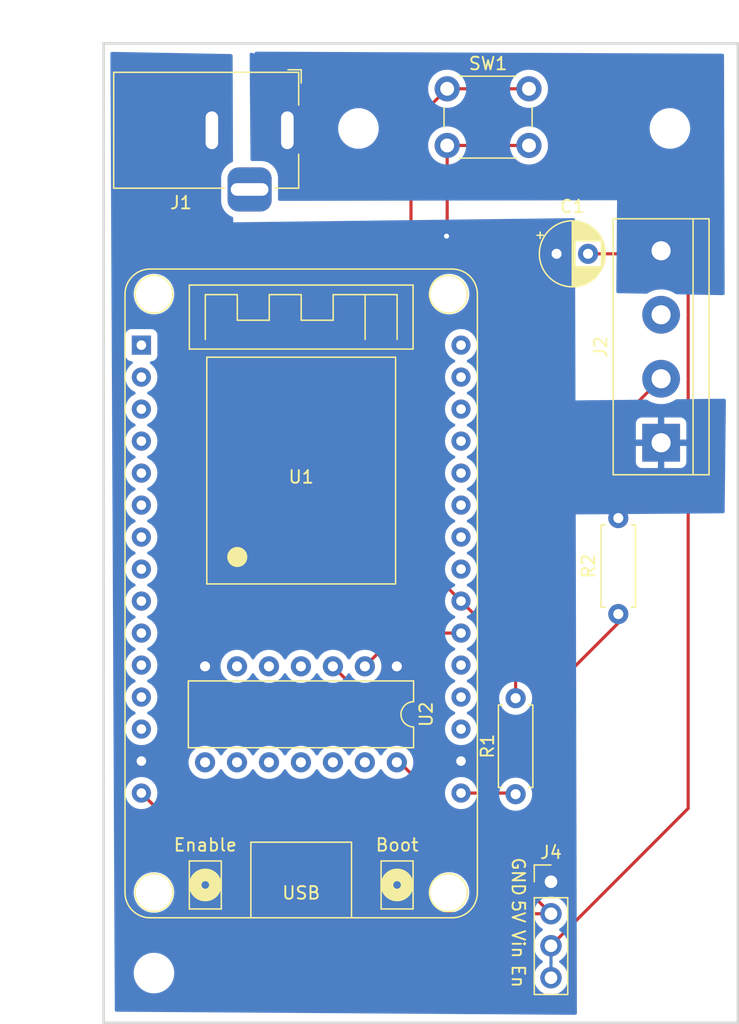
<source format=kicad_pcb>
(kicad_pcb (version 20211014) (generator pcbnew)
  (layers (0 "F.Cu" signal) (31 "B.Cu" signal) (34 "B.Paste" user) (35 "F.Paste" user) (36 "B.SilkS" user "B.Silkscreen") (37 "F.SilkS" user "F.Silkscreen") (38 "B.Mask" user) (39 "F.Mask" user) (44 "Edge.Cuts" user))
  (net 0 "")
  (net 1 "+12V")
  (net 2 "GND")
  (net 3 "+5V")
  (net 21 "Net-(J2-Pad2)")
  (net 29 "+3V3")
  (net 30 "/GPIO0")
  (net 31 "/D_out")
  (net 33 "Net-(U2-Pad3)")
  (footprint "MountingHole:MountingHole_2.2mm_M2" (layer "F.Cu") (at 152.95 125.6)
    (fp_text reference "REF**" hide)
    (fp_text value "MountingHole_2.2mm_M2" hide)
    (pad "" np_thru_hole circle locked (at 0 0) (size 2.2 2.2) (drill 2.2) (layers *.Cu *.Mask))
  )
  (footprint "Resistor_THT:R_Axial_DIN0207_L6.3mm_D2.5mm_P7.62mm_Horizontal" (layer "F.Cu") (at 148.85 97.1 90)
    (fp_text reference "R2" (at 3.81 -2.37 90) (layer "F.SilkS"))
    (fp_text value "R_US")
    (fp_line (start 0.54 1.04) (end 0.54 1.37) (layer "F.SilkS") (width 0.12))
    (fp_line (start 0.54 -1.37) (end 7.08 -1.37) (layer "F.SilkS") (width 0.12))
    (fp_line (start 0.54 1.37) (end 7.08 1.37) (layer "F.SilkS") (width 0.12))
    (fp_line (start 0.54 -1.04) (end 0.54 -1.37) (layer "F.SilkS") (width 0.12))
    (fp_line (start 7.08 -1.37) (end 7.08 -1.04) (layer "F.SilkS") (width 0.12))
    (fp_line (start 7.08 1.37) (end 7.08 1.04) (layer "F.SilkS") (width 0.12))
    (pad "1" thru_hole circle locked (at 0 0 90) (size 1.6 1.6) (drill 0.8) (layers *.Cu *.Mask) (net 33 "Net-(U2-Pad3)"))
    (pad "2" thru_hole oval locked (at 7.62 0 90) (size 1.6 1.6) (drill 0.8) (layers *.Cu *.Mask) (net 21 "Net-(J2-Pad2)"))
  )
  (footprint "MountingHole:MountingHole_2.2mm_M2" (layer "F.Cu") (at 128.2 58.55)
    (fp_text reference "REF**" hide)
    (fp_text value "MountingHole_2.2mm_M2" hide)
    (pad "" np_thru_hole circle locked (at 0 0) (size 2.2 2.2) (drill 2.2) (layers *.Cu *.Mask))
  )
  (footprint "Resistor_THT:R_Axial_DIN0207_L6.3mm_D2.5mm_P7.62mm_Horizontal" (layer "F.Cu") (at 140.69 111.4 90)
    (fp_text reference "R1" (at 3.81 -2.24 90) (layer "F.SilkS"))
    (fp_text value "10k")
    (fp_line (start 0.54 1.37) (end 7.08 1.37) (layer "F.SilkS") (width 0.12))
    (fp_line (start 0.54 -1.37) (end 7.08 -1.37) (layer "F.SilkS") (width 0.12))
    (fp_line (start 0.54 1.04) (end 0.54 1.37) (layer "F.SilkS") (width 0.12))
    (fp_line (start 7.08 1.37) (end 7.08 1.04) (layer "F.SilkS") (width 0.12))
    (fp_line (start 7.08 -1.37) (end 7.08 -1.04) (layer "F.SilkS") (width 0.12))
    (fp_line (start 0.54 -1.04) (end 0.54 -1.37) (layer "F.SilkS") (width 0.12))
    (pad "1" thru_hole circle locked (at 0 0 90) (size 1.6 1.6) (drill 0.8) (layers *.Cu *.Mask) (net 29 "+3V3"))
    (pad "2" thru_hole oval locked (at 7.62 0 90) (size 1.6 1.6) (drill 0.8) (layers *.Cu *.Mask) (net 30 "/GPIO0"))
  )
  (footprint "MountingHole:MountingHole_2.2mm_M2" (layer "F.Cu") (at 152.95 58.55)
    (fp_text reference "REF**" hide)
    (fp_text value "MountingHole_2.2mm_M2" hide)
    (pad "" np_thru_hole circle locked (at 0 0) (size 2.2 2.2) (drill 2.2) (layers *.Cu *.Mask))
  )
  (footprint "ESP32_DevKit_V1_DOIT:esp32_devkit_v1_doit" (layer "F.Cu") (at 123.65 75.75)
    (fp_text reference "U1" (at 0 10.47) (layer "F.SilkS"))
    (fp_text value "ESP32_DevKit_V1_DOIT" hide)
    (fp_text user "Enable" (at -7.62 39.68) (layer "F.SilkS"))
    (fp_text user "USB" (at 0 43.49) (layer "F.SilkS"))
    (fp_text user "Boot" (at 7.62 39.68) (layer "F.SilkS"))
    (fp_line (start -4 39.46) (end 4 39.46) (layer "F.SilkS") (width 0.12))
    (fp_line (start 0 -4.008) (end 0 -1.976) (layer "F.SilkS") (width 0.12))
    (fp_line (start -5.08 -1.976) (end -2.54 -1.976) (layer "F.SilkS") (width 0.12))
    (fp_line (start -8.89 40.95) (end -6.35 40.95) (layer "F.SilkS") (width 0.12))
    (fp_line (start 8.89 40.95) (end 8.89 44.76) (layer "F.SilkS") (width 0.12))
    (fp_line (start 2.54 -4.008) (end 7.62 -4.008) (layer "F.SilkS") (width 0.12))
    (fp_line (start 6.35 44.76) (end 6.35 40.95) (layer "F.SilkS") (width 0.12))
    (fp_line (start 14 43.46) (end 14 -4.04) (layer "F.SilkS") (width 0.12))
    (fp_line (start 7.5 18.96) (end -7.5 18.96) (layer "F.SilkS") (width 0.12))
    (fp_line (start -7.62 -4.008) (end -5.08 -4.008) (layer "F.SilkS") (width 0.12))
    (fp_line (start -6.35 40.95) (end -6.35 44.76) (layer "F.SilkS") (width 0.12))
    (fp_line (start -2.54 -1.976) (end -2.54 -4.008) (layer "F.SilkS") (width 0.12))
    (fp_line (start -8.89 0.31) (end -8.89 -4.77) (layer "F.SilkS") (width 0.12))
    (fp_line (start 0 -1.976) (end 2.54 -1.976) (layer "F.SilkS") (width 0.12))
    (fp_line (start -7.5 18.96) (end -7.5 0.96) (layer "F.SilkS") (width 0.12))
    (fp_line (start -4 39.46) (end -4 45.46) (layer "F.SilkS") (width 0.12))
    (fp_line (start 8.89 -4.77) (end 8.89 0.31) (layer "F.SilkS") (width 0.12))
    (fp_line (start 7.62 -4.008) (end 7.62 -0.452) (layer "F.SilkS") (width 0.12))
    (fp_line (start -14 -4.04) (end -14 43.46) (layer "F.SilkS") (width 0.12))
    (fp_line (start 2.54 -1.976) (end 2.54 -4.008) (layer "F.SilkS") (width 0.12))
    (fp_line (start -8.89 -4.77) (end 8.89 -4.77) (layer "F.SilkS") (width 0.12))
    (fp_line (start 7.5 0.96) (end 7.5 18.96) (layer "F.SilkS") (width 0.12))
    (fp_line (start 4 39.46) (end 4 45.46) (layer "F.SilkS") (width 0.12))
    (fp_line (start -6.35 44.76) (end -8.89 44.76) (layer "F.SilkS") (width 0.12))
    (fp_line (start -7.62 -0.452) (end -7.62 -4.008) (layer "F.SilkS") (width 0.12))
    (fp_line (start -2.54 -4.008) (end 0 -4.008) (layer "F.SilkS") (width 0.12))
    (fp_line (start 8.89 0.31) (end -8.89 0.31) (layer "F.SilkS") (width 0.12))
    (fp_line (start -8.89 44.76) (end -8.89 40.95) (layer "F.SilkS") (width 0.12))
    (fp_line (start -12 45.46) (end 12 45.46) (layer "F.SilkS") (width 0.12))
    (fp_line (start -12 -6.04) (end 12 -6.04) (layer "F.SilkS") (width 0.12))
    (fp_line (start 8.89 44.76) (end 6.35 44.76) (layer "F.SilkS") (width 0.12))
    (fp_line (start -7.5 0.96) (end 7.5 0.96) (layer "F.SilkS") (width 0.12))
    (fp_line (start -5.08 -4.008) (end -5.08 -1.976) (layer "F.SilkS") (width 0.12))
    (fp_line (start 5.08 -4.008) (end 5.08 -0.452) (layer "F.SilkS") (width 0.12))
    (fp_line (start 6.35 40.95) (end 8.89 40.95) (layer "F.SilkS") (width 0.12))
    (fp_arc (start -12 45.46) (mid -13.414214 44.874214) (end -14 43.46) (layer "F.SilkS") (width 0.12))
    (fp_arc (start 14 43.46) (mid 13.414214 44.874214) (end 12 45.46) (layer "F.SilkS") (width 0.12))
    (fp_arc (start 12 -6.04) (mid 13.414214 -5.454214) (end 14 -4.04) (layer "F.SilkS") (width 0.12))
    (fp_arc (start -14 -4.04) (mid -13.414214 -5.454214) (end -12 -6.04) (layer "F.SilkS") (width 0.12))
    (fp_circle (center -5.08 16.82) (end -4.68 16.82) (layer "F.SilkS") (width 0.8) (fill none))
    (fp_circle (center 11.7 -4.04) (end 13.2 -4.04) (layer "F.SilkS") (width 0.12) (fill none))
    (fp_circle (center -11.7 43.46) (end -10.2 43.46) (layer "F.SilkS") (width 0.12) (fill none))
    (fp_circle (center -11.7 -4.04) (end -10.2 -4.04) (layer "F.SilkS") (width 0.12) (fill none))
    (fp_circle (center 7.62 42.855) (end 7.92 42.855) (layer "F.SilkS") (width 1) (fill none))
    (fp_circle (center -7.62 42.855) (end -7.32 42.855) (layer "F.SilkS") (width 1) (fill none))
    (fp_circle (center 11.7 43.46) (end 13.2 43.46) (layer "F.SilkS") (width 0.12) (fill none))
    (pad "1" thru_hole rect locked (at -12.7 0) (size 1.524 1.524) (drill 0.762) (layers *.Cu *.Mask))
    (pad "2" thru_hole circle locked (at -12.7 2.54) (size 1.524 1.524) (drill 0.762) (layers *.Cu *.Mask))
    (pad "3" thru_hole circle locked (at -12.7 5.08) (size 1.524 1.524) (drill 0.762) (layers *.Cu *.Mask))
    (pad "4" thru_hole circle locked (at -12.7 7.62) (size 1.524 1.524) (drill 0.762) (layers *.Cu *.Mask))
    (pad "5" thru_hole circle locked (at -12.7 10.16) (size 1.524 1.524) (drill 0.762) (layers *.Cu *.Mask))
    (pad "6" thru_hole circle locked (at -12.7 12.7) (size 1.524 1.524) (drill 0.762) (layers *.Cu *.Mask))
    (pad "7" thru_hole circle locked (at -12.7 15.24) (size 1.524 1.524) (drill 0.762) (layers *.Cu *.Mask))
    (pad "8" thru_hole circle locked (at -12.7 17.78) (size 1.524 1.524) (drill 0.762) (layers *.Cu *.Mask))
    (pad "9" thru_hole circle locked (at -12.7 20.32) (size 1.524 1.524) (drill 0.762) (layers *.Cu *.Mask))
    (pad "10" thru_hole circle locked (at -12.7 22.86) (size 1.524 1.524) (drill 0.762) (layers *.Cu *.Mask))
    (pad "11" thru_hole circle locked (at -12.7 25.4) (size 1.524 1.524) (drill 0.762) (layers *.Cu *.Mask))
    (pad "12" thru_hole circle locked (at -12.7 27.94) (size 1.524 1.524) (drill 0.762) (layers *.Cu *.Mask))
    (pad "13" thru_hole circle locked (at -12.7 30.48) (size 1.524 1.524) (drill 0.762) (layers *.Cu *.Mask))
    (pad "14" thru_hole circle locked (at -12.7 33.02) (size 1.524 1.524) (drill 0.762) (layers *.Cu *.Mask) (net 2 "GND"))
    (pad "15" thru_hole circle locked (at -12.7 35.56) (size 1.524 1.524) (drill 0.762) (layers *.Cu *.Mask) (net 3 "+5V"))
    (pad "16" thru_hole circle locked (at 12.7 35.56) (size 1.524 1.524) (drill 0.762) (layers *.Cu *.Mask) (net 29 "+3V3"))
    (pad "17" thru_hole circle locked (at 12.7 33.02) (size 1.524 1.524) (drill 0.762) (layers *.Cu *.Mask) (net 2 "GND"))
    (pad "18" thru_hole circle locked (at 12.7 30.48) (size 1.524 1.524) (drill 0.762) (layers *.Cu *.Mask))
    (pad "19" thru_hole circle locked (at 12.7 27.94) (size 1.524 1.524) (drill 0.762) (layers *.Cu *.Mask))
    (pad "20" thru_hole circle locked (at 12.7 25.4) (size 1.524 1.524) (drill 0.762) (layers *.Cu *.Mask))
    (pad "21" thru_hole circle locked (at 12.7 22.86) (size 1.524 1.524) (drill 0.762) (layers *.Cu *.Mask) (net 31 "/D_out"))
    (pad "22" thru_hole circle locked (at 12.7 20.32) (size 1.524 1.524) (drill 0.762) (layers *.Cu *.Mask) (net 30 "/GPIO0"))
    (pad "23" thru_hole circle locked (at 12.7 17.78) (size 1.524 1.524) (drill 0.762) (layers *.Cu *.Mask))
    (pad "24" thru_hole circle locked (at 12.7 15.24) (size 1.524 1.524) (drill 0.762) (layers *.Cu *.Mask))
    (pad "25" thru_hole circle locked (at 12.7 12.7) (size 1.524 1.524) (drill 0.762) (layers *.Cu *.Mask))
    (pad "26" thru_hole circle locked (at 12.7 10.16) (size 1.524 1.524) (drill 0.762) (layers *.Cu *.Mask))
    (pad "27" thru_hole circle locked (at 12.7 7.62) (size 1.524 1.524) (drill 0.762) (layers *.Cu *.Mask))
    (pad "28" thru_hole circle locked (at 12.7 5.08) (size 1.524 1.524) (drill 0.762) (layers *.Cu *.Mask))
    (pad "29" thru_hole circle locked (at 12.7 2.54) (size 1.524 1.524) (drill 0.762) (layers *.Cu *.Mask))
    (pad "30" thru_hole circle locked (at 12.7 0) (size 1.524 1.524) (drill 0.762) (layers *.Cu *.Mask))
  )
  (footprint "Connector_PinHeader_2.54mm:PinHeader_1x04_P2.54mm_Vertical" (layer "F.Cu") (at 143.5 118.35)
    (fp_text reference "J4" (at 0 -2.33) (layer "F.SilkS"))
    (fp_text value "Conn_01x04_Male" hide)
    (fp_line (start -1.33 -1.33) (end 0 -1.33) (layer "F.SilkS") (width 0.12))
    (fp_line (start -1.33 1.27) (end -1.33 8.95) (layer "F.SilkS") (width 0.12))
    (fp_line (start 1.33 1.27) (end 1.33 8.95) (layer "F.SilkS") (width 0.12))
    (fp_line (start -1.33 1.27) (end 1.33 1.27) (layer "F.SilkS") (width 0.12))
    (fp_line (start -1.33 0) (end -1.33 -1.33) (layer "F.SilkS") (width 0.12))
    (fp_line (start -1.33 8.95) (end 1.33 8.95) (layer "F.SilkS") (width 0.12))
    (pad "1" thru_hole rect locked (at 0 0) (size 1.7 1.7) (drill 1) (layers *.Cu *.Mask) (net 2 "GND"))
    (pad "2" thru_hole oval locked (at 0 2.54) (size 1.7 1.7) (drill 1) (layers *.Cu *.Mask) (net 3 "+5V"))
    (pad "3" thru_hole oval locked (at 0 5.08) (size 1.7 1.7) (drill 1) (layers *.Cu *.Mask) (net 1 "+12V"))
    (pad "4" thru_hole oval locked (at 0 7.62) (size 1.7 1.7) (drill 1) (layers *.Cu *.Mask) (net 1 "+12V"))
  )
  (footprint "Package_DIP:DIP-14_W7.62mm" (layer "F.Cu") (at 131.25 101.25 -90)
    (fp_text reference "U2" (at 3.81 -2.33 90) (layer "F.SilkS"))
    (fp_text value "74LS125")
    (fp_line (start 1.16 16.57) (end 6.46 16.57) (layer "F.SilkS") (width 0.12))
    (fp_line (start 2.81 -1.33) (end 1.16 -1.33) (layer "F.SilkS") (width 0.12))
    (fp_line (start 6.46 16.57) (end 6.46 -1.33) (layer "F.SilkS") (width 0.12))
    (fp_line (start 1.16 -1.33) (end 1.16 16.57) (layer "F.SilkS") (width 0.12))
    (fp_line (start 6.46 -1.33) (end 4.81 -1.33) (layer "F.SilkS") (width 0.12))
    (fp_arc (start 4.81 -1.33) (mid 3.81 -0.33) (end 2.81 -1.33) (layer "F.SilkS") (width 0.12))
    (pad "1" thru_hole rect locked (at 0 0 270) (size 1.6 1.6) (drill 0.8) (layers *.Cu *.Mask) (net 2 "GND"))
    (pad "2" thru_hole oval locked (at 0 2.54 270) (size 1.6 1.6) (drill 0.8) (layers *.Cu *.Mask) (net 31 "/D_out"))
    (pad "3" thru_hole oval locked (at 0 5.08 270) (size 1.6 1.6) (drill 0.8) (layers *.Cu *.Mask) (net 33 "Net-(U2-Pad3)"))
    (pad "4" thru_hole oval locked (at 0 7.62 270) (size 1.6 1.6) (drill 0.8) (layers *.Cu *.Mask))
    (pad "5" thru_hole oval locked (at 0 10.16 270) (size 1.6 1.6) (drill 0.8) (layers *.Cu *.Mask))
    (pad "6" thru_hole oval locked (at 0 12.7 270) (size 1.6 1.6) (drill 0.8) (layers *.Cu *.Mask))
    (pad "7" thru_hole oval locked (at 0 15.24 270) (size 1.6 1.6) (drill 0.8) (layers *.Cu *.Mask) (net 2 "GND"))
    (pad "8" thru_hole oval locked (at 7.62 15.24 270) (size 1.6 1.6) (drill 0.8) (layers *.Cu *.Mask))
    (pad "9" thru_hole oval locked (at 7.62 12.7 270) (size 1.6 1.6) (drill 0.8) (layers *.Cu *.Mask))
    (pad "10" thru_hole oval locked (at 7.62 10.16 270) (size 1.6 1.6) (drill 0.8) (layers *.Cu *.Mask))
    (pad "11" thru_hole oval locked (at 7.62 7.62 270) (size 1.6 1.6) (drill 0.8) (layers *.Cu *.Mask))
    (pad "12" thru_hole oval locked (at 7.62 5.08 270) (size 1.6 1.6) (drill 0.8) (layers *.Cu *.Mask))
    (pad "13" thru_hole oval locked (at 7.62 2.54 270) (size 1.6 1.6) (drill 0.8) (layers *.Cu *.Mask))
    (pad "14" thru_hole oval locked (at 7.62 0 270) (size 1.6 1.6) (drill 0.8) (layers *.Cu *.Mask) (net 3 "+5V"))
  )
  (footprint "Capacitor_THT:CP_Radial_D5.0mm_P2.50mm" (layer "F.Cu") (at 143.944888 68.5)
    (fp_text reference "C1" (at 1.25 -3.75) (layer "F.SilkS"))
    (fp_text value "100uF")
    (fp_line (start 1.41 -2.576) (end 1.41 2.576) (layer "F.SilkS") (width 0.12))
    (fp_line (start 2.611 1.04) (end 2.611 2.2) (layer "F.SilkS") (width 0.12))
    (fp_line (start 3.051 -1.864) (end 3.051 -1.04) (layer "F.SilkS") (width 0.12))
    (fp_line (start 2.051 -2.455) (end 2.051 -1.04) (layer "F.SilkS") (width 0.12))
    (fp_line (start 3.371 1.04) (end 3.371 1.5) (layer "F.SilkS") (width 0.12))
    (fp_line (start 2.251 -2.382) (end 2.251 -1.04) (layer "F.SilkS") (width 0.12))
    (fp_line (start 2.371 1.04) (end 2.371 2.329) (layer "F.SilkS") (width 0.12))
    (fp_line (start 3.211 -1.699) (end 3.211 -1.04) (layer "F.SilkS") (width 0.12))
    (fp_line (start 3.091 -1.826) (end 3.091 -1.04) (layer "F.SilkS") (width 0.12))
    (fp_line (start 1.61 1.04) (end 1.61 2.556) (layer "F.SilkS") (width 0.12))
    (fp_line (start 2.571 1.04) (end 2.571 2.224) (layer "F.SilkS") (width 0.12))
    (fp_line (start 1.77 -2.528) (end 1.77 -1.04) (layer "F.SilkS") (width 0.12))
    (fp_line (start 3.411 1.04) (end 3.411 1.443) (layer "F.SilkS") (width 0.12))
    (fp_line (start 3.051 1.04) (end 3.051 1.864) (layer "F.SilkS") (width 0.12))
    (fp_line (start 1.69 1.04) (end 1.69 2.543) (layer "F.SilkS") (width 0.12))
    (fp_line (start 2.251 1.04) (end 2.251 2.382) (layer "F.SilkS") (width 0.12))
    (fp_line (start 2.691 -2.149) (end 2.691 -1.04) (layer "F.SilkS") (width 0.12))
    (fp_line (start 3.171 1.04) (end 3.171 1.743) (layer "F.SilkS") (width 0.12))
    (fp_line (start 2.451 1.04) (end 2.451 2.29) (layer "F.SilkS") (width 0.12))
    (fp_line (start 2.171 -2.414) (end 2.171 -1.04) (layer "F.SilkS") (width 0.12))
    (fp_line (start 1.69 -2.543) (end 1.69 -1.04) (layer "F.SilkS") (width 0.12))
    (fp_line (start 2.531 1.04) (end 2.531 2.247) (layer "F.SilkS") (width 0.12))
    (fp_line (start 3.011 -1.901) (end 3.011 -1.04) (layer "F.SilkS") (width 0.12))
    (fp_line (start 3.771 -0.677) (end 3.771 0.677) (layer "F.SilkS") (width 0.12))
    (fp_line (start 2.451 -2.29) (end 2.451 -1.04) (layer "F.SilkS") (width 0.12))
    (fp_line (start 1.85 1.04) (end 1.85 2.511) (layer "F.SilkS") (width 0.12))
    (fp_line (start 3.611 -1.098) (end 3.611 1.098) (layer "F.SilkS") (width 0.12))
    (fp_line (start 3.691 -0.915) (end 3.691 0.915) (layer "F.SilkS") (width 0.12))
    (fp_line (start 1.971 1.04) (end 1.971 2.48) (layer "F.SilkS") (width 0.12))
    (fp_line (start 2.131 -2.428) (end 2.131 -1.04) (layer "F.SilkS") (width 0.12))
    (fp_line (start 3.491 -1.319) (end 3.491 -1.04) (layer "F.SilkS") (width 0.12))
    (fp_line (start 3.411 -1.443) (end 3.411 -1.04) (layer "F.SilkS") (width 0.12))
    (fp_line (start 2.371 -2.329) (end 2.371 -1.04) (layer "F.SilkS") (width 0.12))
    (fp_line (start 1.49 1.04) (end 1.49 2.569) (layer "F.SilkS") (width 0.12))
    (fp_line (start 1.73 1.04) (end 1.73 2.536) (layer "F.SilkS") (width 0.12))
    (fp_line (start 2.011 -2.468) (end 2.011 -1.04) (layer "F.SilkS") (width 0.12))
    (fp_line (start 2.411 1.04) (end 2.411 2.31) (layer "F.SilkS") (width 0.12))
    (fp_line (start 3.811 -0.518) (end 3.811 0.518) (layer "F.SilkS") (width 0.12))
    (fp_line (start 1.971 -2.48) (end 1.971 -1.04) (layer "F.SilkS") (width 0.12))
    (fp_line (start 1.33 -2.579) (end 1.33 2.579) (layer "F.SilkS") (width 0.12))
    (fp_line (start 2.691 1.04) (end 2.691 2.149) (layer "F.SilkS") (width 0.12))
    (fp_line (start 2.531 -2.247) (end 2.531 -1.04) (layer "F.SilkS") (width 0.12))
    (fp_line (start 3.331 -1.554) (end 3.331 -1.04) (layer "F.SilkS") (width 0.12))
    (fp_line (start 3.091 1.04) (end 3.091 1.826) (layer "F.SilkS") (width 0.12))
    (fp_line (start 1.57 1.04) (end 1.57 2.561) (layer "F.SilkS") (width 0.12))
    (fp_line (start 3.331 1.04) (end 3.331 1.554) (layer "F.SilkS") (width 0.12))
    (fp_line (start 1.93 -2.491) (end 1.93 -1.04) (layer "F.SilkS") (width 0.12))
    (fp_line (start 1.53 -2.565) (end 1.53 -1.04) (layer "F.SilkS") (width 0.12))
    (fp_line (start 2.291 1.04) (end 2.291 2.365) (layer "F.SilkS") (width 0.12))
    (fp_line (start 2.611 -2.2) (end 2.611 -1.04) (layer "F.SilkS") (width 0.12))
    (fp_line (start 2.051 1.04) (end 2.051 2.455) (layer "F.SilkS") (width 0.12))
    (fp_line (start 1.53 1.04) (end 1.53 2.565) (layer "F.SilkS") (width 0.12))
    (fp_line (start 2.731 -2.122) (end 2.731 -1.04) (layer "F.SilkS") (width 0.12))
    (fp_line (start 1.81 -2.52) (end 1.81 -1.04) (layer "F.SilkS") (width 0.12))
    (fp_line (start 3.011 1.04) (end 3.011 1.901) (layer "F.SilkS") (width 0.12))
    (fp_line (start 3.251 -1.653) (end 3.251 -1.04) (layer "F.SilkS") (width 0.12))
    (fp_line (start 2.491 1.04) (end 2.491 2.268) (layer "F.SilkS") (width 0.12))
    (fp_line (start 2.091 -2.442) (end 2.091 -1.04) (layer "F.SilkS") (width 0.12))
    (fp_line (start 1.45 -2.573) (end 1.45 2.573) (layer "F.SilkS") (width 0.12))
    (fp_line (start 1.93 1.04) (end 1.93 2.491) (layer "F.SilkS") (width 0.12))
    (fp_line (start 1.65 -2.55) (end 1.65 -1.04) (layer "F.SilkS") (width 0.12))
    (fp_line (start 2.771 1.04) (end 2.771 2.095) (layer "F.SilkS") (width 0.12))
    (fp_line (start -1.304775 -1.725) (end -1.304775 -1.225) (layer "F.SilkS") (width 0.12))
    (fp_line (start 3.291 -1.605) (end 3.291 -1.04) (layer "F.SilkS") (width 0.12))
    (fp_line (start 1.49 -2.569) (end 1.49 -1.04) (layer "F.SilkS") (width 0.12))
    (fp_line (start 1.61 -2.556) (end 1.61 -1.04) (layer "F.SilkS") (width 0.12))
    (fp_line (start 1.89 -2.501) (end 1.89 -1.04) (layer "F.SilkS") (width 0.12))
    (fp_line (start 2.651 -2.175) (end 2.651 -1.04) (layer "F.SilkS") (width 0.12))
    (fp_line (start 2.971 1.04) (end 2.971 1.937) (layer "F.SilkS") (width 0.12))
    (fp_line (start 3.371 -1.5) (end 3.371 -1.04) (layer "F.SilkS") (width 0.12))
    (fp_line (start 1.25 -2.58) (end 1.25 2.58) (layer "F.SilkS") (width 0.12))
    (fp_line (start 2.971 -1.937) (end 2.971 -1.04) (layer "F.SilkS") (width 0.12))
    (fp_line (start 1.57 -2.561) (end 1.57 -1.04) (layer "F.SilkS") (width 0.12))
    (fp_line (start 2.851 1.04) (end 2.851 2.035) (layer "F.SilkS") (width 0.12))
    (fp_line (start 2.891 1.04) (end 2.891 2.004) (layer "F.SilkS") (width 0.12))
    (fp_line (start 2.891 -2.004) (end 2.891 -1.04) (layer "F.SilkS") (width 0.12))
    (fp_line (start 2.211 -2.398) (end 2.211 -1.04) (layer "F.SilkS") (width 0.12))
    (fp_line (start 2.011 1.04) (end 2.011 2.468) (layer "F.SilkS") (width 0.12))
    (fp_line (start 1.37 -2.578) (end 1.37 2.578) (layer "F.SilkS") (width 0.12))
    (fp_line (start -1.554775 -1.475) (end -1.054775 -1.475) (layer "F.SilkS") (width 0.12))
    (fp_line (start 2.851 -2.035) (end 2.851 -1.04) (layer "F.SilkS") (width 0.12))
    (fp_line (start 2.131 1.04) (end 2.131 2.428) (layer "F.SilkS") (width 0.12))
    (fp_line (start 3.851 -0.284) (end 3.851 0.284) (layer "F.SilkS") (width 0.12))
    (fp_line (start 3.491 1.04) (end 3.491 1.319) (layer "F.SilkS") (width 0.12))
    (fp_line (start 1.85 -2.511) (end 1.85 -1.04) (layer "F.SilkS") (width 0.12))
    (fp_line (start 3.531 -1.251) (end 3.531 -1.04) (layer "F.SilkS") (width 0.12))
    (fp_line (start 2.931 -1.971) (end 2.931 -1.04) (layer "F.SilkS") (width 0.12))
    (fp_line (start 3.171 -1.743) (end 3.171 -1.04) (layer "F.SilkS") (width 0.12))
    (fp_line (start 2.171 1.04) (end 2.171 2.414) (layer "F.SilkS") (width 0.12))
    (fp_line (start 2.331 1.04) (end 2.331 2.348) (layer "F.SilkS") (width 0.12))
    (fp_line (start 2.411 -2.31) (end 2.411 -1.04) (layer "F.SilkS") (width 0.12))
    (fp_line (start 3.211 1.04) (end 3.211 1.699) (layer "F.SilkS") (width 0.12))
    (fp_line (start 2.571 -2.224) (end 2.571 -1.04) (layer "F.SilkS") (width 0.12))
    (fp_line (start 2.211 1.04) (end 2.211 2.398) (layer "F.SilkS") (width 0.12))
    (fp_line (start 3.651 -1.011) (end 3.651 1.011) (layer "F.SilkS") (width 0.12))
    (fp_line (start 3.131 1.04) (end 3.131 1.785) (layer "F.SilkS") (width 0.12))
    (fp_line (start 2.651 1.04) (end 2.651 2.175) (layer "F.SilkS") (width 0.12))
    (fp_line (start 1.73 -2.536) (end 1.73 -1.04) (layer "F.SilkS") (width 0.12))
    (fp_line (start 2.811 1.04) (end 2.811 2.065) (layer "F.SilkS") (width 0.12))
    (fp_line (start 3.731 -0.805) (end 3.731 0.805) (layer "F.SilkS") (width 0.12))
    (fp_line (start 1.81 1.04) (end 1.81 2.52) (layer "F.SilkS") (width 0.12))
    (fp_line (start 3.451 1.04) (end 3.451 1.383) (layer "F.SilkS") (width 0.12))
    (fp_line (start 3.531 1.04) (end 3.531 1.251) (layer "F.SilkS") (width 0.12))
    (fp_line (start 1.65 1.04) (end 1.65 2.55) (layer "F.SilkS") (width 0.12))
    (fp_line (start 1.89 1.04) (end 1.89 2.501) (layer "F.SilkS") (width 0.12))
    (fp_line (start 1.29 -2.58) (end 1.29 2.58) (layer "F.SilkS") (width 0.12))
    (fp_line (start 3.451 -1.383) (end 3.451 -1.04) (layer "F.SilkS") (width 0.12))
    (fp_line (start 2.771 -2.095) (end 2.771 -1.04) (layer "F.SilkS") (width 0.12))
    (fp_line (start 2.291 -2.365) (end 2.291 -1.04) (layer "F.SilkS") (width 0.12))
    (fp_line (start 2.731 1.04) (end 2.731 2.122) (layer "F.SilkS") (width 0.12))
    (fp_line (start 3.131 -1.785) (end 3.131 -1.04) (layer "F.SilkS") (width 0.12))
    (fp_line (start 2.331 -2.348) (end 2.331 -1.04) (layer "F.SilkS") (width 0.12))
    (fp_line (start 2.931 1.04) (end 2.931 1.971) (layer "F.SilkS") (width 0.12))
    (fp_line (start 2.811 -2.065) (end 2.811 -1.04) (layer "F.SilkS") (width 0.12))
    (fp_line (start 2.491 -2.268) (end 2.491 -1.04) (layer "F.SilkS") (width 0.12))
    (fp_line (start 3.291 1.04) (end 3.291 1.605) (layer "F.SilkS") (width 0.12))
    (fp_line (start 2.091 1.04) (end 2.091 2.442) (layer "F.SilkS") (width 0.12))
    (fp_line (start 1.77 1.04) (end 1.77 2.528) (layer "F.SilkS") (width 0.12))
    (fp_line (start 3.571 -1.178) (end 3.571 1.178) (layer "F.SilkS") (width 0.12))
    (fp_line (start 3.251 1.04) (end 3.251 1.653) (layer "F.SilkS") (width 0.12))
    (fp_circle (center 1.25 0) (end 3.87 0) (layer "F.SilkS") (width 0.12) (fill none))
    (pad "1" thru_hole rect locked (at 0 0) (size 1.6 1.6) (drill 0.8) (layers *.Cu *.Mask) (net 2 "GND"))
    (pad "2" thru_hole circle locked (at 2.5 0) (size 1.6 1.6) (drill 0.8) (layers *.Cu *.Mask) (net 1 "+12V"))
  )
  (footprint "MountingHole:MountingHole_2.2mm_M2" (layer "F.Cu") (at 135.4 71.7)
    (fp_text reference "REF**" hide)
    (fp_text value "MountingHole_2.2mm_M2" hide)
    (pad "" np_thru_hole circle locked (at 0 0) (size 2.2 2.2) (drill 2.2) (layers *.Cu *.Mask))
  )
  (footprint "MountingHole:MountingHole_2.2mm_M2" (layer "F.Cu") (at 135.4 119.2)
    (fp_text reference "REF**" hide)
    (fp_text value "MountingHole_2.2mm_M2")
    (pad "" np_thru_hole circle locked (at 0 0) (size 2.2 2.2) (drill 2.2) (layers *.Cu *.Mask))
  )
  (footprint "MountingHole:MountingHole_2.2mm_M2" (layer "F.Cu") (at 111.95 71.7)
    (fp_text reference "REF**" hide)
    (fp_text value "MountingHole_2.2mm_M2" hide)
    (pad "" np_thru_hole circle locked (at 0 0) (size 2.2 2.2) (drill 2.2) (layers *.Cu *.Mask))
  )
  (footprint "MountingHole:MountingHole_2.2mm_M2" (layer "F.Cu") (at 111.95 119.2)
    (fp_text reference "REF**" hide)
    (fp_text value "MountingHole_2.2mm_M2")
    (pad "" np_thru_hole circle locked (at 0 0) (size 2.2 2.2) (drill 2.2) (layers *.Cu *.Mask))
  )
  (footprint "MountingHole:MountingHole_2.2mm_M2" (layer "F.Cu") (at 111.95 125.6)
    (fp_text reference "REF**" hide)
    (fp_text value "MountingHole_2.2mm_M2" hide)
    (pad "" np_thru_hole circle locked (at 0 0) (size 2.2 2.2) (drill 2.2) (layers *.Cu *.Mask))
  )
  (footprint "Connector_BarrelJack:BarrelJack_Horizontal" (layer "F.Cu") (at 122.55 58.6925)
    (fp_text reference "J1" (at -8.45 5.75) (layer "F.SilkS"))
    (fp_text value "Conn_Coaxial_Power" hide)
    (fp_line (start 0.05 -4.8) (end 1.1 -4.8) (layer "F.SilkS") (width 0.12))
    (fp_line (start 1.1 -3.75) (end 1.1 -4.8) (layer "F.SilkS") (width 0.12))
    (fp_line (start -5 4.6) (end -13.8 4.6) (layer "F.SilkS") (width 0.12))
    (fp_line (start 0.9 1.9) (end 0.9 4.6) (layer "F.SilkS") (width 0.12))
    (fp_line (start -13.8 -4.6) (end 0.9 -4.6) (layer "F.SilkS") (width 0.12))
    (fp_line (start 0.9 -4.6) (end 0.9 -2) (layer "F.SilkS") (width 0.12))
    (fp_line (start -13.8 4.6) (end -13.8 -4.6) (layer "F.SilkS") (width 0.12))
    (fp_line (start 0.9 4.6) (end -1 4.6) (layer "F.SilkS") (width 0.12))
    (pad "1" thru_hole rect locked (at 0 0) (size 3.5 3.5) (drill oval 1 3) (layers *.Cu *.Mask) (net 1 "+12V"))
    (pad "2" thru_hole roundrect locked (at -6 0) (size 3 3.5) (drill oval 1 3) (layers *.Cu *.Mask) (net 2 "GND"))
    (pad "3" thru_hole roundrect locked (at -3 4.7) (size 3.5 3.5) (drill oval 3 1) (layers *.Cu *.Mask))
  )
  (footprint "TerminalBlock:TerminalBlock_bornier-4_P5.08mm" (layer "F.Cu") (at 152.25 83.5 90)
    (fp_text reference "J2" (at 7.6 -4.8 90) (layer "F.SilkS"))
    (fp_text value "Screw_Terminal_01x04")
    (fp_line (start -2.54 3.81) (end 17.78 3.81) (layer "F.SilkS") (width 0.12))
    (fp_line (start 17.78 3.81) (end 17.78 -3.81) (layer "F.SilkS") (width 0.12))
    (fp_line (start -2.54 -3.81) (end -2.54 3.81) (layer "F.SilkS") (width 0.12))
    (fp_line (start 17.78 2.54) (end -2.54 2.54) (layer "F.SilkS") (width 0.12))
    (fp_line (start -2.54 -3.81) (end 17.78 -3.81) (layer "F.SilkS") (width 0.12))
    (pad "1" thru_hole rect locked (at 0 0 90) (size 3 3) (drill 1.52) (layers *.Cu *.Mask) (net 2 "GND"))
    (pad "2" thru_hole circle locked (at 5.08 0 90) (size 3 3) (drill 1.52) (layers *.Cu *.Mask) (net 21 "Net-(J2-Pad2)"))
    (pad "3" thru_hole circle locked (at 10.16 0 90) (size 3 3) (drill 1.52) (layers *.Cu *.Mask))
    (pad "4" thru_hole circle locked (at 15.24 0 90) (size 3 3) (drill 1.52) (layers *.Cu *.Mask) (net 1 "+12V"))
  )
  (footprint "Button_Switch_THT:SW_PUSH_6mm" (layer "F.Cu") (at 135.25 55.4)
    (fp_text reference "SW1" (at 3.25 -2) (layer "F.SilkS"))
    (fp_text value "SW_SPST")
    (fp_line (start 6.75 3) (end 6.75 1.5) (layer "F.SilkS") (width 0.12))
    (fp_line (start 5.5 -1) (end 1 -1) (layer "F.SilkS") (width 0.12))
    (fp_line (start -0.25 1.5) (end -0.25 3) (layer "F.SilkS") (width 0.12))
    (fp_line (start 1 5.5) (end 5.5 5.5) (layer "F.SilkS") (width 0.12))
    (pad "1" thru_hole circle locked (at 6.5 0 90) (size 2 2) (drill 1.1) (layers *.Cu *.Mask) (net 30 "/GPIO0"))
    (pad "1" thru_hole circle locked (at 0 0 90) (size 2 2) (drill 1.1) (layers *.Cu *.Mask) (net 30 "/GPIO0"))
    (pad "2" thru_hole circle locked (at 6.5 4.5 90) (size 2 2) (drill 1.1) (layers *.Cu *.Mask) (net 2 "GND"))
    (pad "2" thru_hole circle locked (at 0 4.5 90) (size 2 2) (drill 1.1) (layers *.Cu *.Mask) (net 2 "GND"))
  )
  (gr_rect (start 158.35 129.55) (end 107.95 51.8) (layer "Edge.Cuts") (width 0.2) (fill none))
  (gr_text "Vin" (at 140.9 123.3 270) (layer "F.SilkS") (effects (font (size 1 1))))
  (gr_text "En" (at 140.9 125.85 270) (layer "F.SilkS") (effects (font (size 1 1))))
  (gr_text "GND" (at 140.9 117.95 270) (layer "F.SilkS") (effects (font (size 1 1))))
  (gr_text "5V" (at 140.9 120.7 270) (layer "F.SilkS") (effects (font (size 1 1))))
  (segment (start 152.01 68.5) (end 152.25 68.26) (width 0.25) (layer "F.Cu") (net 1))
  (segment (start 154.4 70.41) (end 154.4 112.53) (width 0.25) (layer "F.Cu") (net 1))
  (segment (start 152.25 68.26) (end 154.4 70.41) (width 0.25) (layer "F.Cu") (net 1))
  (segment (start 146.444888 68.5) (end 152.01 68.5) (width 0.25) (layer "F.Cu") (net 1))
  (segment (start 154.4 112.53) (end 143.5 123.43) (width 0.25) (layer "F.Cu") (net 1))
  (segment (start 143.5 123.43) (end 143.5 125.97) (width 0.25) (layer "B.Cu") (net 1))
  (segment (start 135.25 67.05) (end 135.2 67.1) (width 0.25) (layer "F.Cu") (net 2))
  (segment (start 135.25 59.9) (end 135.25 67.05) (width 0.25) (layer "F.Cu") (net 2))
  (segment (start 141.75 59.9) (end 135.25 59.9) (width 0.25) (layer "F.Cu") (net 2))
  (via (at 135.2 67.1) (size 0.8) (drill 0.4) (layers "F.Cu" "B.Cu") (net 2))
  (segment (start 120.53 120.89) (end 110.95 111.31) (width 0.25) (layer "F.Cu") (net 3))
  (segment (start 143.5 120.89) (end 120.53 120.89) (width 0.25) (layer "F.Cu") (net 3))
  (segment (start 143.5 120.89) (end 131.48 108.87) (width 0.25) (layer "F.Cu") (net 3))
  (segment (start 131.48 108.87) (end 131.25 108.87) (width 0.25) (layer "F.Cu") (net 3))
  (segment (start 148.85 89.48) (end 148.85 81.82) (width 0.25) (layer "F.Cu") (net 21))
  (segment (start 148.85 81.82) (end 152.25 78.42) (width 0.25) (layer "F.Cu") (net 21))
  (segment (start 140.6 111.31) (end 140.69 111.4) (width 0.25) (layer "F.Cu") (net 29))
  (segment (start 136.35 111.31) (end 140.6 111.31) (width 0.25) (layer "F.Cu") (net 29))
  (segment (start 140.69 100.41) (end 136.35 96.07) (width 0.25) (layer "F.Cu") (net 30))
  (segment (start 135.25 55.4) (end 132.374511 58.275489) (width 0.25) (layer "F.Cu") (net 30))
  (segment (start 135.25 55.4) (end 141.75 55.4) (width 0.25) (layer "F.Cu") (net 30))
  (segment (start 132.374511 58.275489) (end 132.374511 92.094511) (width 0.25) (layer "F.Cu") (net 30))
  (segment (start 140.69 103.78) (end 140.69 100.41) (width 0.25) (layer "F.Cu") (net 30))
  (segment (start 132.374511 92.094511) (end 136.35 96.07) (width 0.25) (layer "F.Cu") (net 30))
  (segment (start 131.35 98.61) (end 136.35 98.61) (width 0.25) (layer "F.Cu") (net 31))
  (segment (start 128.71 101.25) (end 131.35 98.61) (width 0.25) (layer "F.Cu") (net 31))
  (segment (start 148.85 97.80656) (end 148.85 97.1) (width 0.25) (layer "F.Cu") (net 33))
  (segment (start 134.776511 109.856511) (end 136.800049 109.856511) (width 0.25) (layer "F.Cu") (net 33))
  (segment (start 136.800049 109.856511) (end 148.85 97.80656) (width 0.25) (layer "F.Cu") (net 33))
  (segment (start 126.17 101.25) (end 134.776511 109.856511) (width 0.25) (layer "F.Cu") (net 33))
  (zone (net 1) (net_name "+12V") (layer "B.Cu") (connect_pads yes (clearance 0.508)) (min_thickness 0.254) (fill yes (thermal_gap 0.508) (thermal_bridge_width 0.508))
    (polygon (pts (xy 157.250569 52.612836) (xy 157.3 71.787802) (xy 148.691292 71.625344) (xy 148.75 64.25) (xy 119.65 64.3) (xy 119.55 52.5) (xy 119.95 52.6) (xy 119.55 52.45)))
  )
  (zone (net 2) (net_name "GND") (layer "B.Cu") (connect_pads yes (clearance 0.508)) (min_thickness 0.254) (fill yes (thermal_gap 0.508) (thermal_bridge_width 0.508))
    (polygon (pts (xy 118.45 52.65) (xy 118.2 52.7) (xy 118.25 66) (xy 145.410114 65.66646) (xy 145.560114 128.91646) (xy 108.837912 128.667739) (xy 108.487912 52.467739)))
  )
  (zone (net 2) (net_name "GND") (layer "B.Cu") (connect_pads (clearance 0.508)) (min_thickness 0.254) (fill yes (thermal_gap 0.508) (thermal_bridge_width 0.508))
    (polygon (pts (xy 157.3 89.1) (xy 144.5 89.2) (xy 144.55 80.15) (xy 157.4 80)))
  )
)
</source>
